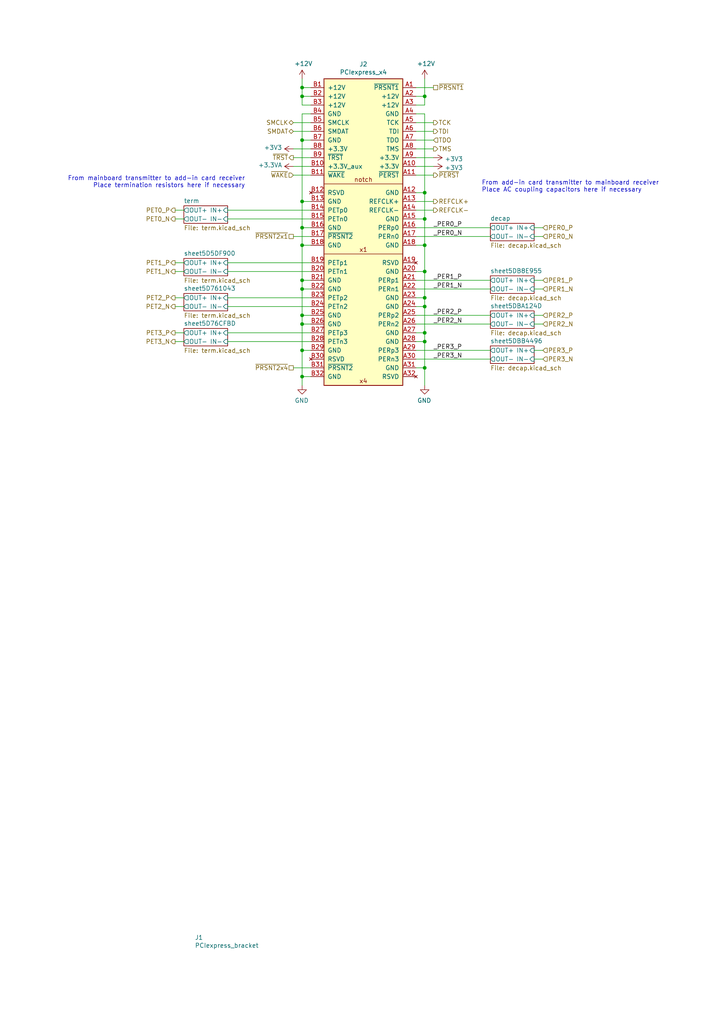
<source format=kicad_sch>
(kicad_sch (version 20250114) (generator "eeschema") (generator_version "9.0")
  (paper "A4" portrait)
  (title_block (title "PCIexpress_x4_half") (company "Author: Luca Anastasio"))
  (lib_symbols
    (symbol "PCIexpress:PCIexpress_bracket" (pin_names (offset 1.016))
      (property "Reference" "J" (at 0 0 0))
      (property "Value" "PCIexpress_bracket" (at 0 0 0))
    )
    (symbol "PCIexpress:PCIexpress_x4" (pin_names (offset 1.016))
      (property "Reference" "J" (at 0 3.81 0))
      (property "Value" "PCIexpress_x4" (at 0 1.27 0))
      (symbol "PCIexpress_x4_0_0"
        (text "notch" (at 0 -29.21 0) (effects (font (size 1.27 1.27))))
        (text "x1" (at 0 -49.53 0) (effects (font (size 1.27 1.27))))
        (text "x4" (at 0 -87.63 0) (effects (font (size 1.27 1.27))))
      )
      (symbol "PCIexpress_x4_0_1"
        (polyline (pts (xy 11.43 -30.48) (xy -11.43 -30.48)))
        (polyline (pts (xy 11.43 -50.8) (xy -11.43 -50.8)))
      )
      (symbol "PCIexpress_x4_1_1"
        (rectangle (start 11.43 0) (end -11.43 -88.9) (stroke (width 0.254)) (fill (type background)))
        (pin power_out line (at -15.24 -2.54 0) (length 3.81) (name "+12V") (number "B1"))
        (pin power_out line (at -15.24 -5.08 0) (length 3.81) (name "+12V") (number "B2"))
        (pin power_out line (at -15.24 -7.62 0) (length 3.81) (name "+12V") (number "B3"))
        (pin power_out line (at -15.24 -10.16 0) (length 3.81) (name "GND") (number "B4"))
        (pin open_collector line (at -15.24 -12.7 0) (length 3.81) (name "SMCLK") (number "B5"))
        (pin open_collector line (at -15.24 -15.24 0) (length 3.81) (name "SMDAT") (number "B6"))
        (pin power_out line (at -15.24 -17.78 0) (length 3.81) (name "GND") (number "B7"))
        (pin power_out line (at -15.24 -20.32 0) (length 3.81) (name "+3.3V") (number "B8"))
        (pin output line (at -15.24 -22.86 0) (length 3.81) (name "~{TRST}") (number "B9"))
        (pin power_out line (at -15.24 -25.4 0) (length 3.81) (name "+3.3V_aux") (number "B10"))
        (pin open_collector line (at -15.24 -27.94 0) (length 3.81) (name "~{WAKE}") (number "B11"))
        (pin no_connect line (at -15.24 -33.02 0) (length 3.81) (name "RSVD") (number "B12"))
        (pin power_out line (at -15.24 -35.56 0) (length 3.81) (name "GND") (number "B13"))
        (pin output line (at -15.24 -38.1 0) (length 3.81) (name "PETp0") (number "B14"))
        (pin output line (at -15.24 -40.64 0) (length 3.81) (name "PETn0") (number "B15"))
        (pin power_out line (at -15.24 -43.18 0) (length 3.81) (name "GND") (number "B16"))
        (pin passive line (at -15.24 -45.72 0) (length 3.81) (name "~{PRSNT2}") (number "B17"))
        (pin power_out line (at -15.24 -48.26 0) (length 3.81) (name "GND") (number "B18"))
        (pin output line (at -15.24 -53.34 0) (length 3.81) (name "PETp1") (number "B19"))
        (pin output line (at -15.24 -55.88 0) (length 3.81) (name "PETn1") (number "B20"))
        (pin power_out line (at -15.24 -58.42 0) (length 3.81) (name "GND") (number "B21"))
        (pin power_out line (at -15.24 -60.96 0) (length 3.81) (name "GND") (number "B22"))
        (pin output line (at -15.24 -63.5 0) (length 3.81) (name "PETp2") (number "B23"))
        (pin output line (at -15.24 -66.04 0) (length 3.81) (name "PETn2") (number "B24"))
        (pin power_out line (at -15.24 -68.58 0) (length 3.81) (name "GND") (number "B25"))
        (pin power_out line (at -15.24 -71.12 0) (length 3.81) (name "GND") (number "B26"))
        (pin output line (at -15.24 -73.66 0) (length 3.81) (name "PETp3") (number "B27"))
        (pin output line (at -15.24 -76.2 0) (length 3.81) (name "PETn3") (number "B28"))
        (pin power_out line (at -15.24 -78.74 0) (length 3.81) (name "GND") (number "B29"))
        (pin no_connect line (at -15.24 -81.28 0) (length 3.81) (name "RSVD") (number "B30"))
        (pin passive line (at -15.24 -83.82 0) (length 3.81) (name "~{PRSNT2}") (number "B31"))
        (pin power_out line (at -15.24 -86.36 0) (length 3.81) (name "GND") (number "B32"))
        (pin passive line (at 15.24 -2.54 180) (length 3.81) (name "~{PRSNT1}") (number "A1"))
        (pin power_out line (at 15.24 -5.08 180) (length 3.81) (name "+12V") (number "A2"))
        (pin power_out line (at 15.24 -7.62 180) (length 3.81) (name "+12V") (number "A3"))
        (pin power_out line (at 15.24 -10.16 180) (length 3.81) (name "GND") (number "A4"))
        (pin output line (at 15.24 -12.7 180) (length 3.81) (name "TCK") (number "A5"))
        (pin output line (at 15.24 -15.24 180) (length 3.81) (name "TDI") (number "A6"))
        (pin input line (at 15.24 -17.78 180) (length 3.81) (name "TDO") (number "A7"))
        (pin output line (at 15.24 -20.32 180) (length 3.81) (name "TMS") (number "A8"))
        (pin power_out line (at 15.24 -22.86 180) (length 3.81) (name "+3.3V") (number "A9"))
        (pin power_out line (at 15.24 -25.4 180) (length 3.81) (name "+3.3V") (number "A10"))
        (pin output line (at 15.24 -27.94 180) (length 3.81) (name "~{PERST}") (number "A11"))
        (pin power_out line (at 15.24 -33.02 180) (length 3.81) (name "GND") (number "A12"))
        (pin output line (at 15.24 -35.56 180) (length 3.81) (name "REFCLK+") (number "A13"))
        (pin output line (at 15.24 -38.1 180) (length 3.81) (name "REFCLK-") (number "A14"))
        (pin power_out line (at 15.24 -40.64 180) (length 3.81) (name "GND") (number "A15"))
        (pin input line (at 15.24 -43.18 180) (length 3.81) (name "PERp0") (number "A16"))
        (pin input line (at 15.24 -45.72 180) (length 3.81) (name "PERn0") (number "A17"))
        (pin power_out line (at 15.24 -48.26 180) (length 3.81) (name "GND") (number "A18"))
        (pin no_connect line (at 15.24 -53.34 180) (length 3.81) (name "RSVD") (number "A19"))
        (pin power_out line (at 15.24 -55.88 180) (length 3.81) (name "GND") (number "A20"))
        (pin input line (at 15.24 -58.42 180) (length 3.81) (name "PERp1") (number "A21"))
        (pin input line (at 15.24 -60.96 180) (length 3.81) (name "PERn1") (number "A22"))
        (pin power_out line (at 15.24 -63.5 180) (length 3.81) (name "GND") (number "A23"))
        (pin power_out line (at 15.24 -66.04 180) (length 3.81) (name "GND") (number "A24"))
        (pin input line (at 15.24 -68.58 180) (length 3.81) (name "PERp2") (number "A25"))
        (pin input line (at 15.24 -71.12 180) (length 3.81) (name "PERn2") (number "A26"))
        (pin power_out line (at 15.24 -73.66 180) (length 3.81) (name "GND") (number "A27"))
        (pin power_out line (at 15.24 -76.2 180) (length 3.81) (name "GND") (number "A28"))
        (pin input line (at 15.24 -78.74 180) (length 3.81) (name "PERp3") (number "A29"))
        (pin input line (at 15.24 -81.28 180) (length 3.81) (name "PERn3") (number "A30"))
        (pin power_out line (at 15.24 -83.82 180) (length 3.81) (name "GND") (number "A31"))
        (pin no_connect line (at 15.24 -86.36 180) (length 3.81) (name "RSVD") (number "A32"))
      )
    )
    (symbol "PCIexpress_x4_half-rescue:+3.3V-power" (power) (pin_names (offset 0))
      (property "Value" "+3.3V-power" (at 0 3.556 0))
      (symbol "+3.3V-power_0_1"
        (polyline (pts (xy -0.762 1.27) (xy 0 2.54)))
        (polyline (pts (xy 0 2.54) (xy 0.762 1.27)))
        (polyline (pts (xy 0 0) (xy 0 2.54)))
      )
      (symbol "+3.3V-power_1_1"
        (pin power_in line (at 0 0 90) (length 0) (hide yes) (name "+3V3") (number "1"))
      )
    )
    (symbol "power:+12V" (power) (pin_names (offset 0))
      (property "Value" "+12V" (at 0 3.556 0))
      (symbol "+12V_0_1"
        (polyline (pts (xy -0.762 1.27) (xy 0 2.54)))
        (polyline (pts (xy 0 2.54) (xy 0.762 1.27)))
        (polyline (pts (xy 0 0) (xy 0 2.54)))
      )
      (symbol "+12V_1_1"
        (pin power_in line (at 0 0 90) (length 0) (hide yes) (name "+12V") (number "1"))
      )
    )
    (symbol "power:+3.3VA" (power) (pin_names (offset 0))
      (property "Value" "+3.3VA" (at 0 3.556 0))
      (symbol "+3.3VA_0_1"
        (polyline (pts (xy -0.762 1.27) (xy 0 2.54)))
        (polyline (pts (xy 0 2.54) (xy 0.762 1.27)))
        (polyline (pts (xy 0 0) (xy 0 2.54)))
      )
      (symbol "+3.3VA_1_1"
        (pin power_in line (at 0 0 90) (length 0) (hide yes) (name "+3.3VA") (number "1"))
      )
    )
    (symbol "power:GND" (power) (pin_names (offset 0))
      (property "Value" "GND" (at 0 -3.81 0))
      (symbol "GND_0_1"
        (polyline (pts (xy 0 0) (xy 0 -1.27) (xy 1.27 -1.27) (xy 0 -2.54) (xy -1.27 -1.27) (xy 0 -1.27)))
      )
      (symbol "GND_1_1"
        (pin power_in line (at 0 0 270) (length 0) (hide yes) (name "GND") (number "1"))
      )
    )
  )
  (text "From add-in card transmitter to mainboard receiver\nPlace AC coupling capacitors here if necessary" (at 139.7 55.88 0) (effects (font (size 1.27 1.27)) (justify left bottom)))
  (text "From mainboard transmitter to add-in card receiver\nPlace termination resistors here if necessary" (at 71.12 54.61 0) (effects (font (size 1.27 1.27)) (justify right bottom)))
  (junction (at 87.63 101.6))
  (junction (at 123.19 99.06))
  (junction (at 123.19 63.5))
  (junction (at 123.19 71.12))
  (junction (at 87.63 93.98))
  (junction (at 87.63 25.4))
  (junction (at 87.63 109.22))
  (junction (at 87.63 66.04))
  (junction (at 123.19 78.74))
  (junction (at 123.19 96.52))
  (junction (at 123.19 106.68))
  (junction (at 87.63 58.42))
  (junction (at 123.19 86.36))
  (junction (at 87.63 83.82))
  (junction (at 123.19 88.9))
  (junction (at 123.19 27.94))
  (junction (at 123.19 55.88))
  (junction (at 87.63 81.28))
  (junction (at 87.63 71.12))
  (junction (at 87.63 91.44))
  (junction (at 87.63 27.94))
  (junction (at 87.63 40.64))
  (wire (pts (xy 123.19 63.5) (xy 123.19 71.12)))
  (wire (pts (xy 154.94 66.04) (xy 157.48 66.04)))
  (wire (pts (xy 87.63 81.28) (xy 87.63 71.12)))
  (wire (pts (xy 90.17 93.98) (xy 87.63 93.98)))
  (wire (pts (xy 123.19 71.12) (xy 123.19 78.74)))
  (wire (pts (xy 90.17 68.58) (xy 85.09 68.58)))
  (wire (pts (xy 120.65 50.8) (xy 125.73 50.8)))
  (wire (pts (xy 123.19 99.06) (xy 123.19 106.68)))
  (wire (pts (xy 50.8 78.74) (xy 53.34 78.74)))
  (wire (pts (xy 90.17 81.28) (xy 87.63 81.28)))
  (wire (pts (xy 154.94 93.98) (xy 157.48 93.98)))
  (wire (pts (xy 120.65 38.1) (xy 125.73 38.1)))
  (wire (pts (xy 85.09 38.1) (xy 90.17 38.1)))
  (wire (pts (xy 123.19 27.94) (xy 120.65 27.94)))
  (wire (pts (xy 123.19 96.52) (xy 123.19 99.06)))
  (wire (pts (xy 120.65 93.98) (xy 142.24 93.98)))
  (wire (pts (xy 120.65 43.18) (xy 125.73 43.18)))
  (wire (pts (xy 90.17 25.4) (xy 87.63 25.4)))
  (wire (pts (xy 87.63 93.98) (xy 87.63 91.44)))
  (wire (pts (xy 66.04 60.96) (xy 90.17 60.96)))
  (wire (pts (xy 50.8 88.9) (xy 53.34 88.9)))
  (wire (pts (xy 120.65 68.58) (xy 142.24 68.58)))
  (wire (pts (xy 85.09 43.18) (xy 90.17 43.18)))
  (wire (pts (xy 120.65 48.26) (xy 125.73 48.26)))
  (wire (pts (xy 120.65 58.42) (xy 125.73 58.42)))
  (wire (pts (xy 120.65 55.88) (xy 123.19 55.88)))
  (wire (pts (xy 120.65 81.28) (xy 142.24 81.28)))
  (wire (pts (xy 90.17 40.64) (xy 87.63 40.64)))
  (wire (pts (xy 87.63 109.22) (xy 87.63 101.6)))
  (wire (pts (xy 120.65 91.44) (xy 142.24 91.44)))
  (wire (pts (xy 87.63 27.94) (xy 87.63 25.4)))
  (wire (pts (xy 87.63 101.6) (xy 87.63 93.98)))
  (wire (pts (xy 87.63 66.04) (xy 87.63 58.42)))
  (wire (pts (xy 87.63 111.76) (xy 87.63 109.22)))
  (wire (pts (xy 90.17 83.82) (xy 87.63 83.82)))
  (wire (pts (xy 123.19 86.36) (xy 123.19 88.9)))
  (wire (pts (xy 87.63 30.48) (xy 87.63 27.94)))
  (wire (pts (xy 123.19 22.86) (xy 123.19 27.94)))
  (wire (pts (xy 87.63 33.02) (xy 90.17 33.02)))
  (wire (pts (xy 120.65 86.36) (xy 123.19 86.36)))
  (wire (pts (xy 123.19 33.02) (xy 120.65 33.02)))
  (wire (pts (xy 120.65 40.64) (xy 125.73 40.64)))
  (wire (pts (xy 50.8 99.06) (xy 53.34 99.06)))
  (wire (pts (xy 154.94 104.14) (xy 157.48 104.14)))
  (wire (pts (xy 66.04 86.36) (xy 90.17 86.36)))
  (wire (pts (xy 87.63 40.64) (xy 87.63 33.02)))
  (wire (pts (xy 154.94 83.82) (xy 157.48 83.82)))
  (wire (pts (xy 123.19 33.02) (xy 123.19 55.88)))
  (wire (pts (xy 87.63 25.4) (xy 87.63 22.86)))
  (wire (pts (xy 154.94 81.28) (xy 157.48 81.28)))
  (wire (pts (xy 87.63 27.94) (xy 90.17 27.94)))
  (wire (pts (xy 120.65 71.12) (xy 123.19 71.12)))
  (wire (pts (xy 154.94 68.58) (xy 157.48 68.58)))
  (wire (pts (xy 90.17 91.44) (xy 87.63 91.44)))
  (wire (pts (xy 154.94 101.6) (xy 157.48 101.6)))
  (wire (pts (xy 120.65 60.96) (xy 125.73 60.96)))
  (wire (pts (xy 120.65 101.6) (xy 142.24 101.6)))
  (wire (pts (xy 50.8 76.2) (xy 53.34 76.2)))
  (wire (pts (xy 87.63 83.82) (xy 87.63 81.28)))
  (wire (pts (xy 85.09 35.56) (xy 90.17 35.56)))
  (wire (pts (xy 87.63 91.44) (xy 87.63 83.82)))
  (wire (pts (xy 120.65 88.9) (xy 123.19 88.9)))
  (wire (pts (xy 66.04 88.9) (xy 90.17 88.9)))
  (wire (pts (xy 120.65 96.52) (xy 123.19 96.52)))
  (wire (pts (xy 123.19 78.74) (xy 123.19 86.36)))
  (wire (pts (xy 90.17 66.04) (xy 87.63 66.04)))
  (wire (pts (xy 90.17 30.48) (xy 87.63 30.48)))
  (wire (pts (xy 90.17 71.12) (xy 87.63 71.12)))
  (wire (pts (xy 66.04 78.74) (xy 90.17 78.74)))
  (wire (pts (xy 85.09 106.68) (xy 90.17 106.68)))
  (wire (pts (xy 120.65 25.4) (xy 125.73 25.4)))
  (wire (pts (xy 120.65 106.68) (xy 123.19 106.68)))
  (wire (pts (xy 50.8 60.96) (xy 53.34 60.96)))
  (wire (pts (xy 66.04 96.52) (xy 90.17 96.52)))
  (wire (pts (xy 123.19 111.76) (xy 123.19 106.68)))
  (wire (pts (xy 66.04 76.2) (xy 90.17 76.2)))
  (wire (pts (xy 50.8 96.52) (xy 53.34 96.52)))
  (wire (pts (xy 85.09 50.8) (xy 90.17 50.8)))
  (wire (pts (xy 120.65 30.48) (xy 123.19 30.48)))
  (wire (pts (xy 120.65 83.82) (xy 142.24 83.82)))
  (wire (pts (xy 154.94 91.44) (xy 157.48 91.44)))
  (wire (pts (xy 90.17 58.42) (xy 87.63 58.42)))
  (wire (pts (xy 90.17 101.6) (xy 87.63 101.6)))
  (wire (pts (xy 120.65 45.72) (xy 125.73 45.72)))
  (wire (pts (xy 66.04 99.06) (xy 90.17 99.06)))
  (wire (pts (xy 87.63 58.42) (xy 87.63 40.64)))
  (wire (pts (xy 50.8 63.5) (xy 53.34 63.5)))
  (wire (pts (xy 90.17 109.22) (xy 87.63 109.22)))
  (wire (pts (xy 120.65 99.06) (xy 123.19 99.06)))
  (wire (pts (xy 66.04 63.5) (xy 90.17 63.5)))
  (wire (pts (xy 87.63 71.12) (xy 87.63 66.04)))
  (wire (pts (xy 120.65 104.14) (xy 142.24 104.14)))
  (wire (pts (xy 85.09 45.72) (xy 90.17 45.72)))
  (wire (pts (xy 120.65 63.5) (xy 123.19 63.5)))
  (wire (pts (xy 120.65 78.74) (xy 123.19 78.74)))
  (wire (pts (xy 120.65 35.56) (xy 125.73 35.56)))
  (wire (pts (xy 123.19 30.48) (xy 123.19 27.94)))
  (wire (pts (xy 50.8 86.36) (xy 53.34 86.36)))
  (wire (pts (xy 85.09 48.26) (xy 90.17 48.26)))
  (wire (pts (xy 123.19 88.9) (xy 123.19 96.52)))
  (wire (pts (xy 123.19 55.88) (xy 123.19 63.5)))
  (wire (pts (xy 120.65 66.04) (xy 142.24 66.04)))
  (label "_PER0_P" (at 125.73 66.04 0))
  (label "_PER1_N" (at 125.73 83.82 0))
  (label "_PER2_N" (at 125.73 93.98 0))
  (label "_PER1_P" (at 125.73 81.28 0))
  (label "_PER3_P" (at 125.73 101.6 0))
  (label "_PER2_P" (at 125.73 91.44 0))
  (label "_PER3_N" (at 125.73 104.14 0))
  (label "_PER0_N" (at 125.73 68.58 0))
  (hierarchical_label "PET1_N" (shape output) (at 50.8 78.74 180))
  (hierarchical_label "SMDAT" (shape bidirectional) (at 85.09 38.1 180))
  (hierarchical_label "~{PRSNT2x1}" (shape passive) (at 85.09 68.58 180))
  (hierarchical_label "TMS" (shape output) (at 125.73 43.18 0))
  (hierarchical_label "~{WAKE}" (shape input) (at 85.09 50.8 180))
  (hierarchical_label "TDI" (shape output) (at 125.73 38.1 0))
  (hierarchical_label "PET0_N" (shape output) (at 50.8 63.5 180))
  (hierarchical_label "REFCLK+" (shape output) (at 125.73 58.42 0))
  (hierarchical_label "~{TRST}" (shape output) (at 85.09 45.72 180))
  (hierarchical_label "PET2_N" (shape output) (at 50.8 88.9 180))
  (hierarchical_label "PET2_P" (shape output) (at 50.8 86.36 180))
  (hierarchical_label "TCK" (shape output) (at 125.73 35.56 0))
  (hierarchical_label "PER3_P" (shape input) (at 157.48 101.6 0))
  (hierarchical_label "PET3_P" (shape output) (at 50.8 96.52 180))
  (hierarchical_label "PER0_N" (shape input) (at 157.48 68.58 0))
  (hierarchical_label "PET3_N" (shape output) (at 50.8 99.06 180))
  (hierarchical_label "PER2_N" (shape input) (at 157.48 93.98 0))
  (hierarchical_label "PET1_P" (shape output) (at 50.8 76.2 180))
  (hierarchical_label "~{PERST}" (shape output) (at 125.73 50.8 0))
  (hierarchical_label "~{PRSNT1}" (shape passive) (at 125.73 25.4 0))
  (hierarchical_label "PER3_N" (shape input) (at 157.48 104.14 0))
  (hierarchical_label "PER0_P" (shape input) (at 157.48 66.04 0))
  (hierarchical_label "REFCLK-" (shape output) (at 125.73 60.96 0))
  (hierarchical_label "PER1_N" (shape input) (at 157.48 83.82 0))
  (hierarchical_label "PET0_P" (shape output) (at 50.8 60.96 180))
  (hierarchical_label "PER2_P" (shape input) (at 157.48 91.44 0))
  (hierarchical_label "SMCLK" (shape bidirectional) (at 85.09 35.56 180))
  (hierarchical_label "PER1_P" (shape input) (at 157.48 81.28 0))
  (hierarchical_label "TDO" (shape input) (at 125.73 40.64 0))
  (hierarchical_label "~{PRSNT2x4}" (shape passive) (at 85.09 106.68 180))
  (symbol (lib_id "PCIexpress:PCIexpress_x4") (at 105.41 22.86 0) (unit 1)
    (property "Reference" "J2" (at 105.41 18.6182 0))
    (property "Value" "PCIexpress_x4" (at 105.41 20.9296 0))
    (property "Footprint" "PCIexpress:PCIexpress_x4" (effects (hide yes)))
  )
  (symbol (lib_id "PCIexpress:PCIexpress_bracket") (at 55.88 273.05 0) (unit 1)
    (property "Reference" "J1" (at 56.515 271.8816 0) (effects (justify left)))
    (property "Value" "PCIexpress_bracket" (at 56.515 274.193 0) (effects (justify left)))
    (property "Footprint" "PCIexpress:PCIexpress_bracket_full" (effects (hide yes)))
  )
  (symbol (lib_id "power:GND") (at 87.63 111.76 0) (mirror y) (unit 1)
    (property "Reference" "#PWR0101" (effects (hide yes)))
    (property "Value" "GND" (at 87.503 116.1542 0))
  )
  (symbol (lib_id "power:GND") (at 123.19 111.76 0) (mirror y) (unit 1)
    (property "Reference" "#PWR0102" (effects (hide yes)))
    (property "Value" "GND" (at 123.063 116.1542 0))
  )
  (symbol (lib_id "PCIexpress_x4_half-rescue:+3.3V-power") (at 85.09 43.18 90) (unit 1)
    (property "Reference" "#PWR0103" (effects (hide yes)))
    (property "Value" "+3V3" (at 81.8388 42.799 90) (effects (justify left)))
  )
  (symbol (lib_id "PCIexpress_x4_half-rescue:+3.3V-power") (at 125.73 45.72 270) (unit 1)
    (property "Reference" "#PWR0104" (effects (hide yes)))
    (property "Value" "+3V3" (at 128.9812 46.101 90) (effects (justify left)))
  )
  (symbol (lib_id "PCIexpress_x4_half-rescue:+3.3V-power") (at 125.73 48.26 270) (unit 1)
    (property "Reference" "#PWR0105" (effects (hide yes)))
    (property "Value" "+3V3" (at 128.9812 48.641 90) (effects (justify left)))
  )
  (symbol (lib_id "power:+3.3VA") (at 85.09 48.26 90) (unit 1)
    (property "Reference" "#PWR0106" (effects (hide yes)))
    (property "Value" "+3.3VA" (at 81.8642 47.879 90) (effects (justify left)))
  )
  (symbol (lib_id "power:+12V") (at 87.63 22.86 0) (unit 1)
    (property "Reference" "#PWR0107" (effects (hide yes)))
    (property "Value" "+12V" (at 88.011 18.4658 0))
  )
  (symbol (lib_id "power:+12V") (at 123.19 22.86 0) (unit 1)
    (property "Reference" "#PWR0108" (effects (hide yes)))
    (property "Value" "+12V" (at 123.571 18.4658 0))
  )
  (sheet (at 53.34 59.69) (size 12.7 5.08)
    (property "Sheetname" "term" (at 53.34 58.9784 0) (effects (justify left bottom)))
    (property "Sheetfile" "term.kicad_sch" (at 53.34 65.3546 0) (effects (justify left top)))
    (pin "IN+" input (at 66.04 60.96 0))
    (pin "IN-" input (at 66.04 63.5 0))
    (pin "OUT+" output (at 53.34 60.96 180))
    (pin "OUT-" output (at 53.34 63.5 180))
  )
  (sheet (at 53.34 74.93) (size 12.7 5.08)
    (property "Sheetname" "sheet5D5DF900" (at 53.34 74.2184 0) (effects (justify left bottom)))
    (property "Sheetfile" "term.kicad_sch" (at 53.34 80.5946 0) (effects (justify left top)))
    (pin "IN+" input (at 66.04 76.2 0))
    (pin "IN-" input (at 66.04 78.74 0))
    (pin "OUT+" output (at 53.34 76.2 180))
    (pin "OUT-" output (at 53.34 78.74 180))
  )
  (sheet (at 53.34 85.09) (size 12.7 5.08)
    (property "Sheetname" "sheet5D761043" (at 53.34 84.3784 0) (effects (justify left bottom)))
    (property "Sheetfile" "term.kicad_sch" (at 53.34 90.7546 0) (effects (justify left top)))
    (pin "IN+" input (at 66.04 86.36 0))
    (pin "IN-" input (at 66.04 88.9 0))
    (pin "OUT+" output (at 53.34 86.36 180))
    (pin "OUT-" output (at 53.34 88.9 180))
  )
  (sheet (at 53.34 95.25) (size 12.7 5.08)
    (property "Sheetname" "sheet5D76CFBD" (at 53.34 94.5384 0) (effects (justify left bottom)))
    (property "Sheetfile" "term.kicad_sch" (at 53.34 100.9146 0) (effects (justify left top)))
    (pin "IN+" input (at 66.04 96.52 0))
    (pin "IN-" input (at 66.04 99.06 0))
    (pin "OUT+" output (at 53.34 96.52 180))
    (pin "OUT-" output (at 53.34 99.06 180))
  )
  (sheet (at 142.24 64.77) (size 12.7 5.08)
    (property "Sheetname" "decap" (at 142.24 64.0584 0) (effects (justify left bottom)))
    (property "Sheetfile" "decap.kicad_sch" (at 142.24 70.4346 0) (effects (justify left top)))
    (pin "IN+" input (at 154.94 66.04 0))
    (pin "OUT+" output (at 142.24 66.04 180))
    (pin "OUT-" output (at 142.24 68.58 180))
    (pin "IN-" input (at 154.94 68.58 0))
  )
  (sheet (at 142.24 80.01) (size 12.7 5.08)
    (property "Sheetname" "sheet5DB8E955" (at 142.24 79.2984 0) (effects (justify left bottom)))
    (property "Sheetfile" "decap.kicad_sch" (at 142.24 85.6746 0) (effects (justify left top)))
    (pin "IN+" input (at 154.94 81.28 0))
    (pin "OUT+" output (at 142.24 81.28 180))
    (pin "OUT-" output (at 142.24 83.82 180))
    (pin "IN-" input (at 154.94 83.82 0))
  )
  (sheet (at 142.24 90.17) (size 12.7 5.08)
    (property "Sheetname" "sheet5DBA124D" (at 142.24 89.4584 0) (effects (justify left bottom)))
    (property "Sheetfile" "decap.kicad_sch" (at 142.24 95.8346 0) (effects (justify left top)))
    (pin "IN+" input (at 154.94 91.44 0))
    (pin "OUT+" output (at 142.24 91.44 180))
    (pin "OUT-" output (at 142.24 93.98 180))
    (pin "IN-" input (at 154.94 93.98 0))
  )
  (sheet (at 142.24 100.33) (size 12.7 5.08)
    (property "Sheetname" "sheet5DBB4496" (at 142.24 99.6184 0) (effects (justify left bottom)))
    (property "Sheetfile" "decap.kicad_sch" (at 142.24 105.9946 0) (effects (justify left top)))
    (pin "IN+" input (at 154.94 101.6 0))
    (pin "OUT+" output (at 142.24 101.6 180))
    (pin "OUT-" output (at 142.24 104.14 180))
    (pin "IN-" input (at 154.94 104.14 0))
  )
)
</source>
